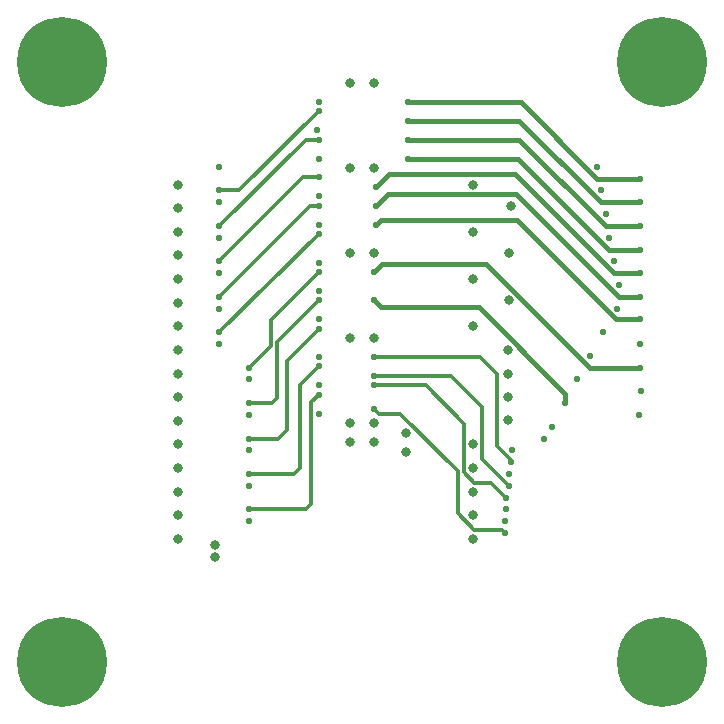
<source format=gbr>
%TF.GenerationSoftware,KiCad,Pcbnew,(5.1.9-0-10_14)*%
%TF.CreationDate,2021-04-27T11:00:09-04:00*%
%TF.ProjectId,backplane-prototype,6261636b-706c-4616-9e65-2d70726f746f,rev?*%
%TF.SameCoordinates,Original*%
%TF.FileFunction,Copper,L2,Inr*%
%TF.FilePolarity,Positive*%
%FSLAX46Y46*%
G04 Gerber Fmt 4.6, Leading zero omitted, Abs format (unit mm)*
G04 Created by KiCad (PCBNEW (5.1.9-0-10_14)) date 2021-04-27 11:00:09*
%MOMM*%
%LPD*%
G01*
G04 APERTURE LIST*
%TA.AperFunction,ComponentPad*%
%ADD10C,7.620000*%
%TD*%
%TA.AperFunction,ViaPad*%
%ADD11C,0.800000*%
%TD*%
%TA.AperFunction,ViaPad*%
%ADD12C,0.558800*%
%TD*%
%TA.AperFunction,Conductor*%
%ADD13C,0.330200*%
%TD*%
%TA.AperFunction,Conductor*%
%ADD14C,0.381000*%
%TD*%
%TA.AperFunction,Conductor*%
%ADD15C,0.279400*%
%TD*%
G04 APERTURE END LIST*
D10*
%TO.N,GND*%
%TO.C,H1*%
X124100000Y-80600000D03*
%TD*%
%TO.N,GND*%
%TO.C,H2*%
X174900000Y-80600000D03*
%TD*%
%TO.N,GND*%
%TO.C,H3*%
X124100000Y-131400000D03*
%TD*%
%TO.N,GND*%
%TO.C,H4*%
X174900000Y-131400000D03*
%TD*%
D11*
%TO.N,/BIAS2*%
X137000000Y-122500000D03*
%TO.N,/OUT*%
X150500000Y-112800000D03*
%TO.N,GND*%
X158900000Y-91000000D03*
X158900000Y-95000000D03*
X158900000Y-99000000D03*
X158900000Y-103000000D03*
X158900000Y-119000000D03*
X158900000Y-121000000D03*
X133900000Y-121000000D03*
X133900000Y-119000000D03*
X133900000Y-117000000D03*
X133900000Y-115000000D03*
X133900000Y-113000000D03*
X133900000Y-111000000D03*
X133900000Y-109000000D03*
X133900000Y-107000000D03*
X133900000Y-105000000D03*
X133900000Y-103000000D03*
X133900000Y-101000000D03*
X133900000Y-99000000D03*
X133900000Y-97000000D03*
X133900000Y-95000000D03*
X133900000Y-93000000D03*
X133900000Y-91000000D03*
X162100000Y-92800000D03*
X161900000Y-96800000D03*
X161900000Y-100800000D03*
X161800000Y-107000000D03*
X161800000Y-109000000D03*
X158900000Y-113000000D03*
X158900000Y-115000000D03*
X158900000Y-117000000D03*
X161800000Y-110900000D03*
X161800000Y-105000000D03*
X148500000Y-111200000D03*
X150500000Y-111200000D03*
X148500000Y-104000000D03*
X148500000Y-96800000D03*
X148500000Y-89600000D03*
X148500000Y-82400000D03*
X150500000Y-104000000D03*
X150500000Y-96800000D03*
X150500000Y-89600000D03*
X150500000Y-82400000D03*
%TO.N,/VDD*%
X148500000Y-112800000D03*
D12*
%TO.N,/CH31*%
X145800000Y-110400000D03*
%TO.N,/CH30*%
X139900000Y-119500000D03*
%TO.N,/CH29*%
X145800000Y-108800000D03*
X139900000Y-118500000D03*
%TO.N,/CH28*%
X145800000Y-108000000D03*
%TO.N,/CH27*%
X139900000Y-116500000D03*
%TO.N,/CH26*%
X139900000Y-115500000D03*
X145800000Y-106400000D03*
%TO.N,/CH25*%
X145800000Y-105600000D03*
%TO.N,/CH24*%
X139900000Y-113500000D03*
%TO.N,/CH23*%
X145800000Y-103200000D03*
X139900000Y-112500000D03*
%TO.N,/CH22*%
X145800000Y-102400000D03*
%TO.N,/CH21*%
X139900000Y-110500000D03*
%TO.N,/CH20*%
X139900000Y-109500000D03*
X145800000Y-100800000D03*
%TO.N,/CH19*%
X145800000Y-100000000D03*
%TO.N,/CH18*%
X139900000Y-107500000D03*
%TO.N,/CH17*%
X145800000Y-98400000D03*
X139900000Y-106500000D03*
%TO.N,/CH16*%
X145800000Y-97600000D03*
%TO.N,/CH15*%
X137400000Y-104500000D03*
%TO.N,/CH14*%
X145800000Y-95200000D03*
X137400000Y-103500000D03*
%TO.N,/CH13*%
X145800000Y-94400000D03*
%TO.N,/CH12*%
X137400000Y-101500000D03*
%TO.N,/CH11*%
X145800000Y-92800000D03*
X137400000Y-100500000D03*
%TO.N,/CH10*%
X145800000Y-92000000D03*
%TO.N,/CH9*%
X137400000Y-98500000D03*
%TO.N,/CH8*%
X145800000Y-90400000D03*
X137400000Y-97500000D03*
%TO.N,/CH7*%
X145800000Y-88800000D03*
%TO.N,/CH6*%
X137400000Y-95500000D03*
%TO.N,/CH5*%
X145800000Y-87200000D03*
X137400000Y-94500000D03*
%TO.N,/CH4*%
X145646138Y-86400000D03*
%TO.N,/CH3*%
X137400000Y-92500000D03*
%TO.N,/CH2*%
X145800000Y-84800000D03*
X137400000Y-91500000D03*
%TO.N,/CH1*%
X145800000Y-84000000D03*
D11*
%TO.N,/BIAS1*%
X137000000Y-121500000D03*
D12*
%TO.N,/CH0*%
X137400000Y-89500000D03*
%TO.N,/BCH0*%
X169400000Y-89500000D03*
%TO.N,/BCH1*%
X173000000Y-90500000D03*
X153400000Y-84000000D03*
%TO.N,/BCH2*%
X169700000Y-91500000D03*
%TO.N,/BCH3*%
X173000000Y-92500000D03*
X153400000Y-85600000D03*
%TO.N,/BCH4*%
X170100000Y-93500000D03*
%TO.N,/BCH5*%
X173000000Y-94500000D03*
X153400000Y-87200000D03*
%TO.N,/BCH6*%
X170400000Y-95500000D03*
%TO.N,/BCH7*%
X173000000Y-96500000D03*
X153400000Y-88800000D03*
%TO.N,/BCH8*%
X170800000Y-97500000D03*
%TO.N,/BCH9*%
X150700000Y-91200000D03*
X173000000Y-98500000D03*
%TO.N,/BCH10*%
X171271461Y-99528539D03*
%TO.N,/BCH11*%
X150700000Y-92800000D03*
X173000000Y-100500000D03*
%TO.N,/BCH12*%
X171100000Y-101500000D03*
%TO.N,/BCH13*%
X150700000Y-94400000D03*
X173000000Y-102400000D03*
%TO.N,/BCH14*%
X169900000Y-103500000D03*
%TO.N,/BCH15*%
X173000000Y-104500000D03*
%TO.N,/BCH16*%
X168800000Y-105500000D03*
%TO.N,/BCH17*%
X173000000Y-106500000D03*
X150500000Y-98400000D03*
%TO.N,/BCH18*%
X167700000Y-107500000D03*
%TO.N,/BCH19*%
X173100000Y-108500000D03*
%TO.N,/BCH20*%
X166700000Y-109500000D03*
X150500000Y-100800000D03*
%TO.N,/BCH21*%
X172900000Y-110500000D03*
%TO.N,/BCH22*%
X165600000Y-111500000D03*
%TO.N,/BCH23*%
X164900000Y-112500000D03*
%TO.N,/BCH24*%
X162200000Y-113500000D03*
%TO.N,/BCH25*%
X162100000Y-114500000D03*
X150500000Y-105600000D03*
%TO.N,/BCH26*%
X161900000Y-115500000D03*
%TO.N,/BCH27*%
X161900000Y-116500000D03*
X150500000Y-107200000D03*
%TO.N,/BCH28*%
X161700000Y-117500000D03*
X150500000Y-108000000D03*
%TO.N,/BCH29*%
X161700000Y-118500000D03*
%TO.N,/BCH30*%
X161600000Y-119500000D03*
%TO.N,/BCH31*%
X161600000Y-120500000D03*
X150500000Y-110000000D03*
D11*
%TO.N,/BIAS3*%
X153200000Y-112000000D03*
%TO.N,/BIAS4*%
X153200000Y-113600000D03*
%TD*%
D13*
%TO.N,/CH29*%
X139900000Y-118500000D02*
X144700000Y-118500000D01*
X145155499Y-109444501D02*
X145800000Y-108800000D01*
X145155499Y-118044501D02*
X145155499Y-109444501D01*
X144700000Y-118500000D02*
X145155499Y-118044501D01*
%TO.N,/CH26*%
X145800000Y-106400000D02*
X144200000Y-108000000D01*
X144200000Y-108000000D02*
X144200000Y-115000000D01*
X143700000Y-115500000D02*
X139900000Y-115500000D01*
X144200000Y-115000000D02*
X143700000Y-115500000D01*
%TO.N,/CH23*%
X139900000Y-112500000D02*
X142400000Y-112500000D01*
X142400000Y-112500000D02*
X143100000Y-111800000D01*
X143100000Y-105900000D02*
X145800000Y-103200000D01*
X143100000Y-111800000D02*
X143100000Y-105900000D01*
%TO.N,/CH20*%
X139900000Y-109500000D02*
X141900000Y-109500000D01*
X141900000Y-109500000D02*
X142300000Y-109100000D01*
X142300000Y-104300000D02*
X145800000Y-100800000D01*
X142300000Y-109100000D02*
X142300000Y-104300000D01*
%TO.N,/CH17*%
X141769790Y-104630210D02*
X139900000Y-106500000D01*
X141769790Y-102430210D02*
X141769790Y-104630210D01*
X145800000Y-98400000D02*
X141769790Y-102430210D01*
%TO.N,/CH14*%
X145800000Y-95200000D02*
X137400000Y-103500000D01*
%TO.N,/CH11*%
X145800000Y-92800000D02*
X145100000Y-92800000D01*
X145100000Y-92800000D02*
X137400000Y-100500000D01*
X137400000Y-100500000D02*
X137400000Y-100500000D01*
%TO.N,/CH8*%
X145800000Y-90400000D02*
X144500000Y-90400000D01*
X144500000Y-90400000D02*
X137400000Y-97500000D01*
X137400000Y-97500000D02*
X137400000Y-97500000D01*
%TO.N,/CH5*%
X145800000Y-87200000D02*
X144700000Y-87200000D01*
X144700000Y-87200000D02*
X137400000Y-94500000D01*
X137400000Y-94500000D02*
X137400000Y-94500000D01*
%TO.N,/CH2*%
X145800000Y-84800000D02*
X139100000Y-91500000D01*
X139100000Y-91500000D02*
X137400000Y-91500000D01*
X137400000Y-91500000D02*
X137400000Y-91500000D01*
D14*
%TO.N,/BCH1*%
X169408546Y-90500000D02*
X173000000Y-90500000D01*
X162908546Y-84000000D02*
X169408546Y-90500000D01*
X153400000Y-84000000D02*
X153400000Y-84000000D01*
X153400000Y-84000000D02*
X162908546Y-84000000D01*
%TO.N,/BCH3*%
X169708546Y-92500000D02*
X173000000Y-92500000D01*
X162808546Y-85600000D02*
X169708546Y-92500000D01*
X153400000Y-85600000D02*
X153400000Y-85600000D01*
X153400000Y-85600000D02*
X162808546Y-85600000D01*
%TO.N,/BCH5*%
X170108546Y-94500000D02*
X173000000Y-94500000D01*
X162808546Y-87200000D02*
X170108546Y-94500000D01*
X153400000Y-87200000D02*
X153400000Y-87200000D01*
X153400000Y-87200000D02*
X162808546Y-87200000D01*
%TO.N,/BCH7*%
X162708546Y-88800000D02*
X170408546Y-96500000D01*
X170408546Y-96500000D02*
X173000000Y-96500000D01*
X153400000Y-88800000D02*
X153400000Y-88800000D01*
X153400000Y-88800000D02*
X162708546Y-88800000D01*
%TO.N,/BCH9*%
X151800000Y-90100000D02*
X150700000Y-91200000D01*
X162408546Y-90100000D02*
X151800000Y-90100000D01*
X170808546Y-98500000D02*
X162408546Y-90100000D01*
X173000000Y-98500000D02*
X170808546Y-98500000D01*
%TO.N,/BCH11*%
X151709499Y-91790501D02*
X150700000Y-92800000D01*
X162541969Y-91790501D02*
X151709499Y-91790501D01*
X173000000Y-100500000D02*
X171240843Y-100489375D01*
X171240843Y-100489375D02*
X162541969Y-91790501D01*
%TO.N,/BCH13*%
X170430099Y-101821553D02*
X171008546Y-102400000D01*
X171008546Y-102400000D02*
X173000000Y-102400000D01*
X151118045Y-93981955D02*
X150700000Y-94400000D01*
X162590501Y-93981955D02*
X151118045Y-93981955D01*
X171008546Y-102400000D02*
X162590501Y-93981955D01*
%TO.N,/BCH17*%
X168800000Y-106500000D02*
X173000000Y-106500000D01*
X150500000Y-98400000D02*
X151200000Y-97700000D01*
X160008546Y-97700000D02*
X168478447Y-106169901D01*
X168478447Y-106178447D02*
X168800000Y-106500000D01*
X151200000Y-97700000D02*
X160008546Y-97700000D01*
X168478447Y-106169901D02*
X168478447Y-106178447D01*
%TO.N,/BCH20*%
X166700000Y-108730058D02*
X166700000Y-109500000D01*
X159360443Y-101390501D02*
X166700000Y-108730058D01*
X151090501Y-101390501D02*
X159360443Y-101390501D01*
X150500000Y-100800000D02*
X151090501Y-101390501D01*
D13*
%TO.N,/BCH25*%
X150500000Y-105600000D02*
X159500000Y-105600000D01*
X159500000Y-105600000D02*
X160900000Y-107000000D01*
X162100000Y-114353862D02*
X162100000Y-114500000D01*
X160900000Y-113153862D02*
X162100000Y-114353862D01*
X160900000Y-107000000D02*
X160900000Y-113153862D01*
D15*
%TO.N,/BCH27*%
X161900000Y-116400000D02*
X161900000Y-116500000D01*
D13*
X159665101Y-109865101D02*
X159665101Y-114265101D01*
X159665101Y-114265101D02*
X161900000Y-116500000D01*
X157000000Y-107200000D02*
X159665101Y-109865101D01*
X150500000Y-107200000D02*
X157000000Y-107200000D01*
%TO.N,/BCH28*%
X160434899Y-116234899D02*
X161700000Y-117500000D01*
X159002549Y-116234899D02*
X160434899Y-116234899D01*
X158134899Y-115367249D02*
X159002549Y-116234899D01*
X158134899Y-111234899D02*
X158134899Y-115367249D01*
X154900000Y-108000000D02*
X158134899Y-111234899D01*
X150500000Y-108000000D02*
X154900000Y-108000000D01*
%TO.N,/BCH31*%
X161334899Y-120234899D02*
X161600000Y-120500000D01*
X159002549Y-120234899D02*
X161334899Y-120234899D01*
X157604689Y-118837039D02*
X159002549Y-120234899D01*
X157604689Y-115272339D02*
X157604689Y-118837039D01*
X152732350Y-110400000D02*
X157604689Y-115272339D01*
X150900000Y-110400000D02*
X150500000Y-110000000D01*
X152732350Y-110400000D02*
X150900000Y-110400000D01*
%TD*%
M02*

</source>
